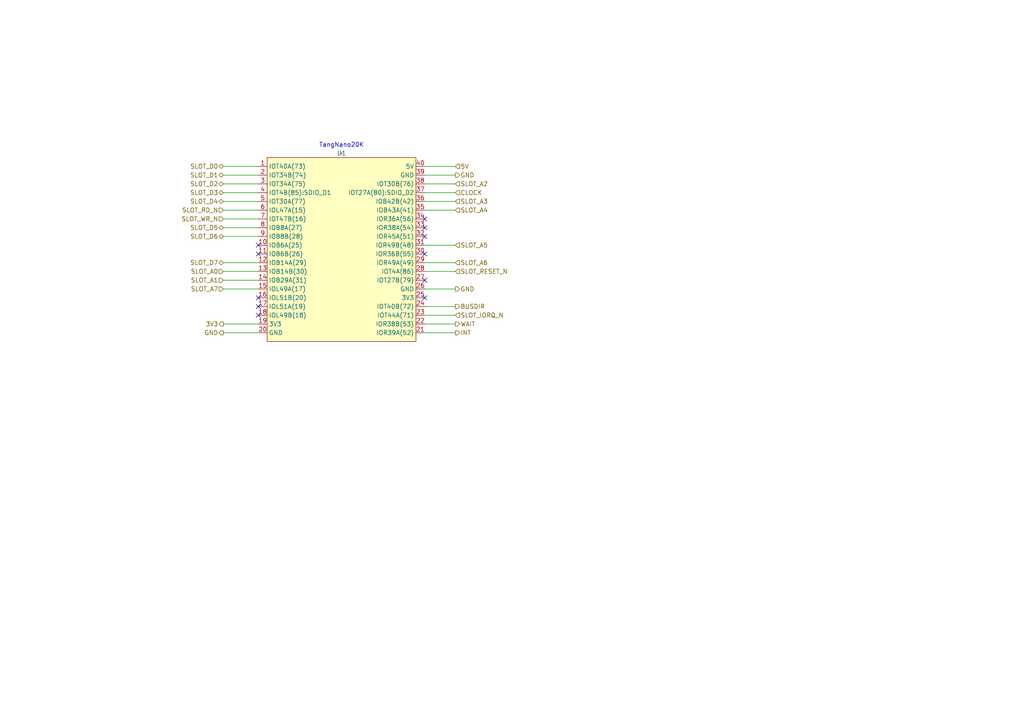
<source format=kicad_sch>
(kicad_sch (version 20250114) (generator "eeschema") (generator_version "9.0")
  (paper "A4")
  (lib_symbols
    (symbol "My_Symbols:TangNano20K"
      (property "Reference" "Tangnano20K" (at 0 0 0))
      (symbol "TangNano20K_1_1"
        (rectangle (start -21.59 27.94) (end 21.59 -25.4) (fill (type background)))
        (pin tri_state line (at -24.13 25.4 0) (length 2.54) (name "IOT40A(73)") (number "1"))
        (pin tri_state line (at -24.13 22.86 0) (length 2.54) (name "IOT34B(74)") (number "2"))
        (pin tri_state line (at -24.13 20.32 0) (length 2.54) (name "IOT34A(75)") (number "3"))
        (pin tri_state line (at -24.13 17.78 0) (length 2.54) (name "IOT4B(85):SDIO_D1") (number "4"))
        (pin tri_state line (at -24.13 15.24 0) (length 2.54) (name "IOT30A(77)") (number "5"))
        (pin tri_state line (at -24.13 12.7 0) (length 2.54) (name "IOL47A(15)") (number "6"))
        (pin tri_state line (at -24.13 10.16 0) (length 2.54) (name "IOT47B(16)") (number "7"))
        (pin tri_state line (at -24.13 7.62 0) (length 2.54) (name "IOB8A(27)") (number "8"))
        (pin tri_state line (at -24.13 5.08 0) (length 2.54) (name "IOB8B(28)") (number "9"))
        (pin tri_state line (at -24.13 2.54 0) (length 2.54) (name "IOB6A(25)") (number "10"))
        (pin tri_state line (at -24.13 0 0) (length 2.54) (name "IOB6B(26)") (number "11"))
        (pin tri_state line (at -24.13 -2.54 0) (length 2.54) (name "IOB14A(29)") (number "12"))
        (pin tri_state line (at -24.13 -5.08 0) (length 2.54) (name "IOB14B(30)") (number "13"))
        (pin tri_state line (at -24.13 -7.62 0) (length 2.54) (name "IOB29A(31)") (number "14"))
        (pin tri_state line (at -24.13 -10.16 0) (length 2.54) (name "IOL49A(17)") (number "15"))
        (pin tri_state line (at -24.13 -12.7 0) (length 2.54) (name "IOL51B(20)") (number "16"))
        (pin tri_state line (at -24.13 -15.24 0) (length 2.54) (name "IOL51A(19)") (number "17"))
        (pin tri_state line (at -24.13 -17.78 0) (length 2.54) (name "IOL49B(18)") (number "18"))
        (pin power_out line (at -24.13 -20.32 0) (length 2.54) (name "3V3") (number "19"))
        (pin power_in line (at -24.13 -22.86 0) (length 2.54) (name "GND") (number "20"))
        (pin power_in line (at 24.13 25.4 180) (length 2.54) (name "5V") (number "40"))
        (pin power_in line (at 24.13 22.86 180) (length 2.54) (name "GND") (number "39"))
        (pin tri_state line (at 24.13 20.32 180) (length 2.54) (name "IOT30B(76)") (number "38"))
        (pin tri_state line (at 24.13 17.78 180) (length 2.54) (name "IOT27A(80):SDIO_D2") (number "37"))
        (pin tri_state line (at 24.13 15.24 180) (length 2.54) (name "IOB42B(42)") (number "36"))
        (pin tri_state line (at 24.13 12.7 180) (length 2.54) (name "IOB43A(41)") (number "35"))
        (pin tri_state line (at 24.13 10.16 180) (length 2.54) (name "IOR36A(56)") (number "34"))
        (pin tri_state line (at 24.13 7.62 180) (length 2.54) (name "IOR38A(54)") (number "33"))
        (pin tri_state line (at 24.13 5.08 180) (length 2.54) (name "IOR45A(51)") (number "32"))
        (pin tri_state line (at 24.13 2.54 180) (length 2.54) (name "IOR49B(48)") (number "31"))
        (pin tri_state line (at 24.13 0 180) (length 2.54) (name "IOR36B(55)") (number "30"))
        (pin tri_state line (at 24.13 -2.54 180) (length 2.54) (name "IOR49A(49)") (number "29"))
        (pin tri_state line (at 24.13 -5.08 180) (length 2.54) (name "IOT4A(86)") (number "28"))
        (pin tri_state line (at 24.13 -7.62 180) (length 2.54) (name "IOT27B(79)") (number "27"))
        (pin power_in line (at 24.13 -10.16 180) (length 2.54) (name "GND") (number "26"))
        (pin power_out line (at 24.13 -12.7 180) (length 2.54) (name "3V3") (number "25"))
        (pin tri_state line (at 24.13 -15.24 180) (length 2.54) (name "IOT40B(72)") (number "24"))
        (pin tri_state line (at 24.13 -17.78 180) (length 2.54) (name "IOT44A(71)") (number "23"))
        (pin tri_state line (at 24.13 -20.32 180) (length 2.54) (name "IOR38B(53)") (number "22"))
        (pin tri_state line (at 24.13 -22.86 180) (length 2.54) (name "IOR39A(52)") (number "21"))
      )
    )
  )
  (text "TangNano20K" (at 99.06 42.164 0) (effects (font (size 1.27 1.27))))
  (no_connect (at 123.19 86.36))
  (no_connect (at 74.93 88.9))
  (no_connect (at 74.93 91.44))
  (no_connect (at 123.19 73.66))
  (no_connect (at 74.93 86.36))
  (no_connect (at 123.19 63.5))
  (no_connect (at 74.93 73.66))
  (no_connect (at 123.19 68.58))
  (no_connect (at 123.19 81.28))
  (no_connect (at 74.93 71.12))
  (no_connect (at 123.19 66.04))
  (wire (pts (xy 64.77 50.8) (xy 74.93 50.8)))
  (wire (pts (xy 132.08 96.52) (xy 123.19 96.52)))
  (wire (pts (xy 64.77 48.26) (xy 74.93 48.26)))
  (wire (pts (xy 64.77 63.5) (xy 74.93 63.5)))
  (wire (pts (xy 132.08 48.26) (xy 123.19 48.26)))
  (wire (pts (xy 64.77 55.88) (xy 74.93 55.88)))
  (wire (pts (xy 132.08 71.12) (xy 123.19 71.12)))
  (wire (pts (xy 132.08 93.98) (xy 123.19 93.98)))
  (wire (pts (xy 64.77 68.58) (xy 74.93 68.58)))
  (wire (pts (xy 64.77 93.98) (xy 74.93 93.98)))
  (wire (pts (xy 132.08 55.88) (xy 123.19 55.88)))
  (wire (pts (xy 64.77 60.96) (xy 74.93 60.96)))
  (wire (pts (xy 64.77 58.42) (xy 74.93 58.42)))
  (wire (pts (xy 132.08 83.82) (xy 123.19 83.82)))
  (wire (pts (xy 64.77 78.74) (xy 74.93 78.74)))
  (wire (pts (xy 64.77 76.2) (xy 74.93 76.2)))
  (wire (pts (xy 64.77 81.28) (xy 74.93 81.28)))
  (wire (pts (xy 64.77 96.52) (xy 74.93 96.52)))
  (wire (pts (xy 132.08 53.34) (xy 123.19 53.34)))
  (wire (pts (xy 132.08 91.44) (xy 123.19 91.44)))
  (wire (pts (xy 64.77 83.82) (xy 74.93 83.82)))
  (wire (pts (xy 132.08 76.2) (xy 123.19 76.2)))
  (wire (pts (xy 132.08 60.96) (xy 123.19 60.96)))
  (wire (pts (xy 132.08 58.42) (xy 123.19 58.42)))
  (wire (pts (xy 132.08 88.9) (xy 123.19 88.9)))
  (wire (pts (xy 132.08 50.8) (xy 123.19 50.8)))
  (wire (pts (xy 64.77 53.34) (xy 74.93 53.34)))
  (wire (pts (xy 132.08 78.74) (xy 123.19 78.74)))
  (wire (pts (xy 64.77 66.04) (xy 74.93 66.04)))
  (hierarchical_label "SLOT_D1" (shape bidirectional) (at 64.77 50.8 180))
  (hierarchical_label "SLOT_D5" (shape bidirectional) (at 64.77 66.04 180))
  (hierarchical_label "SLOT_D7" (shape bidirectional) (at 64.77 76.2 180))
  (hierarchical_label "SLOT_WR_N" (shape input) (at 64.77 63.5 180))
  (hierarchical_label "SLOT_D3" (shape bidirectional) (at 64.77 55.88 180))
  (hierarchical_label "SLOT_A5" (shape input) (at 132.08 71.12 0))
  (hierarchical_label "SLOT_A4" (shape input) (at 132.08 60.96 0))
  (hierarchical_label "SLOT_RESET_N" (shape input) (at 132.08 78.74 0))
  (hierarchical_label "5V" (shape input) (at 132.08 48.26 0))
  (hierarchical_label "GND" (shape output) (at 132.08 50.8 0))
  (hierarchical_label "WAIT" (shape output) (at 132.08 93.98 0))
  (hierarchical_label "BUSDIR" (shape output) (at 132.08 88.9 0))
  (hierarchical_label "SLOT_D6" (shape bidirectional) (at 64.77 68.58 180))
  (hierarchical_label "SLOT_A3" (shape input) (at 132.08 58.42 0))
  (hierarchical_label "CLOCK" (shape input) (at 132.08 55.88 0))
  (hierarchical_label "SLOT_D2" (shape bidirectional) (at 64.77 53.34 180))
  (hierarchical_label "SLOT_A1" (shape input) (at 64.77 81.28 180))
  (hierarchical_label "SLOT_IORQ_N" (shape input) (at 132.08 91.44 0))
  (hierarchical_label "SLOT_A0" (shape input) (at 64.77 78.74 180))
  (hierarchical_label "SLOT_A2" (shape input) (at 132.08 53.34 0))
  (hierarchical_label "SLOT_A7" (shape input) (at 64.77 83.82 180))
  (hierarchical_label "SLOT_D0" (shape bidirectional) (at 64.77 48.26 180))
  (hierarchical_label "SLOT_A6" (shape input) (at 132.08 76.2 0))
  (hierarchical_label "GND" (shape output) (at 132.08 83.82 0))
  (hierarchical_label "INT" (shape output) (at 132.08 96.52 0))
  (hierarchical_label "SLOT_D4" (shape bidirectional) (at 64.77 58.42 180))
  (hierarchical_label "SLOT_RD_N" (shape input) (at 64.77 60.96 180))
  (hierarchical_label "3V3" (shape output) (at 64.77 93.98 180))
  (hierarchical_label "GND" (shape output) (at 64.77 96.52 180))
  (symbol (lib_id "My_Symbols:TangNano20K") (at 99.06 73.66 0) (unit 1)
    (property "Reference" "U1" (at 99.06 44.45 0))
    (property "Value" "~" (at 99.06 44.45 0))
  )
)
</source>
